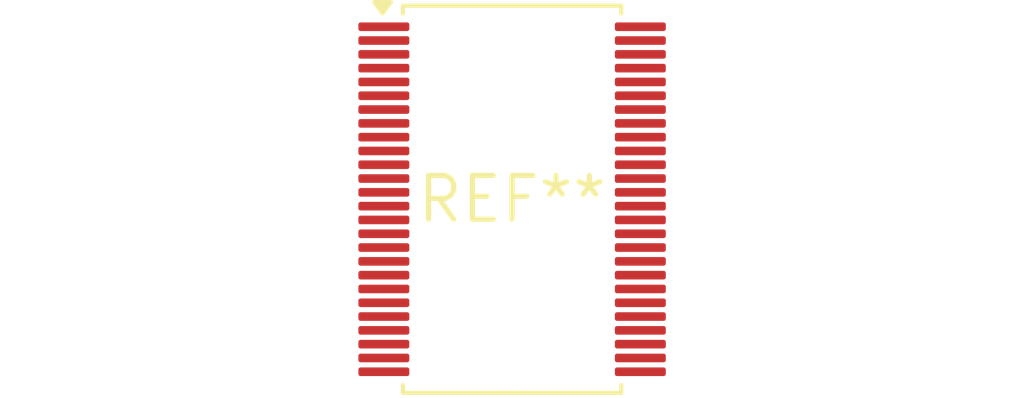
<source format=kicad_pcb>
(kicad_pcb (version 20240108) (generator pcbnew)
  (layers (0 "F.Cu" signal) (31 "B.Cu" signal) (34 "B.Paste" user) (35 "F.Paste" user) (36 "B.SilkS" user "B.Silkscreen") (37 "F.SilkS" user "F.Silkscreen") (38 "B.Mask" user) (39 "F.Mask" user) (44 "Edge.Cuts" user))
  (net 0 "")
  (footprint "TSSOP-52_6.1x11mm_P0.4mm" (layer "F.Cu") (at 0 0)
    (property "Reference" "REF**")
    (property "Value" "TSSOP-52_6.1x11mm_P0.4mm")
    (fp_line (start -3.16 -5.61) (end -3.16 -5.385) (layer "F.SilkS") (stroke (width 0.12)))
    (fp_line (start -3.16 5.61) (end -3.16 5.385) (layer "F.SilkS") (stroke (width 0.12)))
    (fp_line (start 0 -5.61) (end -3.16 -5.61) (layer "F.SilkS") (stroke (width 0.12)))
    (fp_line (start 0 -5.61) (end 3.16 -5.61) (layer "F.SilkS") (stroke (width 0.12)))
    (fp_line (start 0 5.61) (end -3.16 5.61) (layer "F.SilkS") (stroke (width 0.12)))
    (fp_line (start 0 5.61) (end 3.16 5.61) (layer "F.SilkS") (stroke (width 0.12)))
    (fp_line (start 3.16 -5.61) (end 3.16 -5.385) (layer "F.SilkS") (stroke (width 0.12)))
    (fp_line (start 3.16 5.61) (end 3.16 5.385) (layer "F.SilkS") (stroke (width 0.12)))
    (fp_poly (pts (xy -3.75 -5.385) (xy -3.99 -5.715) (xy -3.51 -5.715) (xy -3.75 -5.385)) (layer "F.SilkS") (stroke (width 0.12)) (fill solid))
    (pad "1" smd roundrect (at -3.7125 -5) (size 1.475 0.25) (layers "F.Cu" "F.Paste" "F.Mask"))
    (pad "2" smd roundrect (at -3.7125 -4.6) (size 1.475 0.25) (layers "F.Cu" "F.Paste" "F.Mask"))
    (pad "3" smd roundrect (at -3.7125 -4.2) (size 1.475 0.25) (layers "F.Cu" "F.Paste" "F.Mask"))
    (pad "4" smd roundrect (at -3.7125 -3.8) (size 1.475 0.25) (layers "F.Cu" "F.Paste" "F.Mask"))
    (pad "5" smd roundrect (at -3.7125 -3.4) (size 1.475 0.25) (layers "F.Cu" "F.Paste" "F.Mask"))
    (pad "6" smd roundrect (at -3.7125 -3) (size 1.475 0.25) (layers "F.Cu" "F.Paste" "F.Mask"))
    (pad "7" smd roundrect (at -3.7125 -2.6) (size 1.475 0.25) (layers "F.Cu" "F.Paste" "F.Mask"))
    (pad "8" smd roundrect (at -3.7125 -2.2) (size 1.475 0.25) (layers "F.Cu" "F.Paste" "F.Mask"))
    (pad "9" smd roundrect (at -3.7125 -1.8) (size 1.475 0.25) (layers "F.Cu" "F.Paste" "F.Mask"))
    (pad "10" smd roundrect (at -3.7125 -1.4) (size 1.475 0.25) (layers "F.Cu" "F.Paste" "F.Mask"))
    (pad "11" smd roundrect (at -3.7125 -1) (size 1.475 0.25) (layers "F.Cu" "F.Paste" "F.Mask"))
    (pad "12" smd roundrect (at -3.7125 -0.6) (size 1.475 0.25) (layers "F.Cu" "F.Paste" "F.Mask"))
    (pad "13" smd roundrect (at -3.7125 -0.2) (size 1.475 0.25) (layers "F.Cu" "F.Paste" "F.Mask"))
    (pad "14" smd roundrect (at -3.7125 0.2) (size 1.475 0.25) (layers "F.Cu" "F.Paste" "F.Mask"))
    (pad "15" smd roundrect (at -3.7125 0.6) (size 1.475 0.25) (layers "F.Cu" "F.Paste" "F.Mask"))
    (pad "16" smd roundrect (at -3.7125 1) (size 1.475 0.25) (layers "F.Cu" "F.Paste" "F.Mask"))
    (pad "17" smd roundrect (at -3.7125 1.4) (size 1.475 0.25) (layers "F.Cu" "F.Paste" "F.Mask"))
    (pad "18" smd roundrect (at -3.7125 1.8) (size 1.475 0.25) (layers "F.Cu" "F.Paste" "F.Mask"))
    (pad "19" smd roundrect (at -3.7125 2.2) (size 1.475 0.25) (layers "F.Cu" "F.Paste" "F.Mask"))
    (pad "20" smd roundrect (at -3.7125 2.6) (size 1.475 0.25) (layers "F.Cu" "F.Paste" "F.Mask"))
    (pad "21" smd roundrect (at -3.7125 3) (size 1.475 0.25) (layers "F.Cu" "F.Paste" "F.Mask"))
    (pad "22" smd roundrect (at -3.7125 3.4) (size 1.475 0.25) (layers "F.Cu" "F.Paste" "F.Mask"))
    (pad "23" smd roundrect (at -3.7125 3.8) (size 1.475 0.25) (layers "F.Cu" "F.Paste" "F.Mask"))
    (pad "24" smd roundrect (at -3.7125 4.2) (size 1.475 0.25) (layers "F.Cu" "F.Paste" "F.Mask"))
    (pad "25" smd roundrect (at -3.7125 4.6) (size 1.475 0.25) (layers "F.Cu" "F.Paste" "F.Mask"))
    (pad "26" smd roundrect (at -3.7125 5) (size 1.475 0.25) (layers "F.Cu" "F.Paste" "F.Mask"))
    (pad "27" smd roundrect (at 3.7125 5) (size 1.475 0.25) (layers "F.Cu" "F.Paste" "F.Mask"))
    (pad "28" smd roundrect (at 3.7125 4.6) (size 1.475 0.25) (layers "F.Cu" "F.Paste" "F.Mask"))
    (pad "29" smd roundrect (at 3.7125 4.2) (size 1.475 0.25) (layers "F.Cu" "F.Paste" "F.Mask"))
    (pad "30" smd roundrect (at 3.7125 3.8) (size 1.475 0.25) (layers "F.Cu" "F.Paste" "F.Mask"))
    (pad "31" smd roundrect (at 3.7125 3.4) (size 1.475 0.25) (layers "F.Cu" "F.Paste" "F.Mask"))
    (pad "32" smd roundrect (at 3.7125 3) (size 1.475 0.25) (layers "F.Cu" "F.Paste" "F.Mask"))
    (pad "33" smd roundrect (at 3.7125 2.6) (size 1.475 0.25) (layers "F.Cu" "F.Paste" "F.Mask"))
    (pad "34" smd roundrect (at 3.7125 2.2) (size 1.475 0.25) (layers "F.Cu" "F.Paste" "F.Mask"))
    (pad "35" smd roundrect (at 3.7125 1.8) (size 1.475 0.25) (layers "F.Cu" "F.Paste" "F.Mask"))
    (pad "36" smd roundrect (at 3.7125 1.4) (size 1.475 0.25) (layers "F.Cu" "F.Paste" "F.Mask"))
    (pad "37" smd roundrect (at 3.7125 1) (size 1.475 0.25) (layers "F.Cu" "F.Paste" "F.Mask"))
    (pad "38" smd roundrect (at 3.7125 0.6) (size 1.475 0.25) (layers "F.Cu" "F.Paste" "F.Mask"))
    (pad "39" smd roundrect (at 3.7125 0.2) (size 1.475 0.25) (layers "F.Cu" "F.Paste" "F.Mask"))
    (pad "40" smd roundrect (at 3.7125 -0.2) (size 1.475 0.25) (layers "F.Cu" "F.Paste" "F.Mask"))
    (pad "41" smd roundrect (at 3.7125 -0.6) (size 1.475 0.25) (layers "F.Cu" "F.Paste" "F.Mask"))
    (pad "42" smd roundrect (at 3.7125 -1) (size 1.475 0.25) (layers "F.Cu" "F.Paste" "F.Mask"))
    (pad "43" smd roundrect (at 3.7125 -1.4) (size 1.475 0.25) (layers "F.Cu" "F.Paste" "F.Mask"))
    (pad "44" smd roundrect (at 3.7125 -1.8) (size 1.475 0.25) (layers "F.Cu" "F.Paste" "F.Mask"))
    (pad "45" smd roundrect (at 3.7125 -2.2) (size 1.475 0.25) (layers "F.Cu" "F.Paste" "F.Mask"))
    (pad "46" smd roundrect (at 3.7125 -2.6) (size 1.475 0.25) (layers "F.Cu" "F.Paste" "F.Mask"))
    (pad "47" smd roundrect (at 3.7125 -3) (size 1.475 0.25) (layers "F.Cu" "F.Paste" "F.Mask"))
    (pad "48" smd roundrect (at 3.7125 -3.4) (size 1.475 0.25) (layers "F.Cu" "F.Paste" "F.Mask"))
    (pad "49" smd roundrect (at 3.7125 -3.8) (size 1.475 0.25) (layers "F.Cu" "F.Paste" "F.Mask"))
    (pad "50" smd roundrect (at 3.7125 -4.2) (size 1.475 0.25) (layers "F.Cu" "F.Paste" "F.Mask"))
    (pad "51" smd roundrect (at 3.7125 -4.6) (size 1.475 0.25) (layers "F.Cu" "F.Paste" "F.Mask"))
    (pad "52" smd roundrect (at 3.7125 -5) (size 1.475 0.25) (layers "F.Cu" "F.Paste" "F.Mask"))
  )
)
</source>
